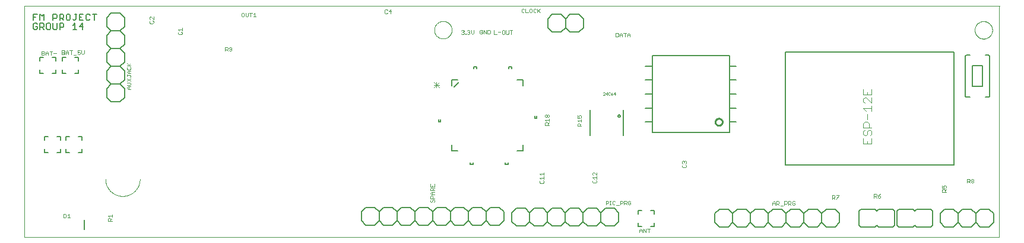
<source format=gto>
G75*
%MOIN*%
%OFA0B0*%
%FSLAX25Y25*%
%IPPOS*%
%LPD*%
%AMOC8*
5,1,8,0,0,1.08239X$1,22.5*
%
%ADD10C,0.00039*%
%ADD11C,0.00000*%
%ADD12C,0.00600*%
%ADD13C,0.00200*%
%ADD14C,0.00800*%
%ADD15C,0.00500*%
%ADD16C,0.00400*%
%ADD17C,0.00300*%
%ADD18C,0.00100*%
%ADD19C,0.01000*%
D10*
X0001846Y0002245D02*
X0549091Y0002245D01*
X0549091Y0132742D01*
X0549591Y0132742D01*
X0549091Y0132742D02*
X0001846Y0132742D01*
X0001846Y0002245D01*
X0535509Y0119035D02*
X0535511Y0119175D01*
X0535517Y0119315D01*
X0535527Y0119454D01*
X0535541Y0119593D01*
X0535559Y0119732D01*
X0535580Y0119870D01*
X0535606Y0120008D01*
X0535636Y0120145D01*
X0535669Y0120280D01*
X0535707Y0120415D01*
X0535748Y0120549D01*
X0535793Y0120682D01*
X0535841Y0120813D01*
X0535894Y0120942D01*
X0535950Y0121071D01*
X0536009Y0121197D01*
X0536073Y0121322D01*
X0536139Y0121445D01*
X0536210Y0121566D01*
X0536283Y0121685D01*
X0536360Y0121802D01*
X0536441Y0121916D01*
X0536524Y0122028D01*
X0536611Y0122138D01*
X0536701Y0122246D01*
X0536793Y0122350D01*
X0536889Y0122452D01*
X0536988Y0122552D01*
X0537089Y0122648D01*
X0537193Y0122742D01*
X0537300Y0122832D01*
X0537409Y0122919D01*
X0537521Y0123004D01*
X0537635Y0123085D01*
X0537751Y0123163D01*
X0537869Y0123237D01*
X0537990Y0123308D01*
X0538112Y0123376D01*
X0538237Y0123440D01*
X0538363Y0123501D01*
X0538490Y0123558D01*
X0538620Y0123611D01*
X0538751Y0123661D01*
X0538883Y0123706D01*
X0539016Y0123749D01*
X0539151Y0123787D01*
X0539286Y0123821D01*
X0539423Y0123852D01*
X0539560Y0123879D01*
X0539698Y0123901D01*
X0539837Y0123920D01*
X0539976Y0123935D01*
X0540115Y0123946D01*
X0540255Y0123953D01*
X0540395Y0123956D01*
X0540535Y0123955D01*
X0540675Y0123950D01*
X0540814Y0123941D01*
X0540954Y0123928D01*
X0541093Y0123911D01*
X0541231Y0123890D01*
X0541369Y0123866D01*
X0541506Y0123837D01*
X0541642Y0123805D01*
X0541777Y0123768D01*
X0541911Y0123728D01*
X0542044Y0123684D01*
X0542175Y0123636D01*
X0542305Y0123585D01*
X0542434Y0123530D01*
X0542561Y0123471D01*
X0542686Y0123408D01*
X0542809Y0123343D01*
X0542931Y0123273D01*
X0543050Y0123200D01*
X0543168Y0123124D01*
X0543283Y0123045D01*
X0543396Y0122962D01*
X0543506Y0122876D01*
X0543614Y0122787D01*
X0543719Y0122695D01*
X0543822Y0122600D01*
X0543922Y0122502D01*
X0544019Y0122402D01*
X0544113Y0122298D01*
X0544205Y0122192D01*
X0544293Y0122084D01*
X0544378Y0121973D01*
X0544460Y0121859D01*
X0544539Y0121743D01*
X0544614Y0121626D01*
X0544686Y0121506D01*
X0544754Y0121384D01*
X0544819Y0121260D01*
X0544881Y0121134D01*
X0544939Y0121007D01*
X0544993Y0120878D01*
X0545044Y0120747D01*
X0545090Y0120615D01*
X0545133Y0120482D01*
X0545173Y0120348D01*
X0545208Y0120213D01*
X0545240Y0120076D01*
X0545267Y0119939D01*
X0545291Y0119801D01*
X0545311Y0119663D01*
X0545327Y0119524D01*
X0545339Y0119384D01*
X0545347Y0119245D01*
X0545351Y0119105D01*
X0545351Y0118965D01*
X0545347Y0118825D01*
X0545339Y0118686D01*
X0545327Y0118546D01*
X0545311Y0118407D01*
X0545291Y0118269D01*
X0545267Y0118131D01*
X0545240Y0117994D01*
X0545208Y0117857D01*
X0545173Y0117722D01*
X0545133Y0117588D01*
X0545090Y0117455D01*
X0545044Y0117323D01*
X0544993Y0117192D01*
X0544939Y0117063D01*
X0544881Y0116936D01*
X0544819Y0116810D01*
X0544754Y0116686D01*
X0544686Y0116564D01*
X0544614Y0116444D01*
X0544539Y0116327D01*
X0544460Y0116211D01*
X0544378Y0116097D01*
X0544293Y0115986D01*
X0544205Y0115878D01*
X0544113Y0115772D01*
X0544019Y0115668D01*
X0543922Y0115568D01*
X0543822Y0115470D01*
X0543719Y0115375D01*
X0543614Y0115283D01*
X0543506Y0115194D01*
X0543396Y0115108D01*
X0543283Y0115025D01*
X0543168Y0114946D01*
X0543050Y0114870D01*
X0542931Y0114797D01*
X0542809Y0114727D01*
X0542686Y0114662D01*
X0542561Y0114599D01*
X0542434Y0114540D01*
X0542305Y0114485D01*
X0542175Y0114434D01*
X0542044Y0114386D01*
X0541911Y0114342D01*
X0541777Y0114302D01*
X0541642Y0114265D01*
X0541506Y0114233D01*
X0541369Y0114204D01*
X0541231Y0114180D01*
X0541093Y0114159D01*
X0540954Y0114142D01*
X0540814Y0114129D01*
X0540675Y0114120D01*
X0540535Y0114115D01*
X0540395Y0114114D01*
X0540255Y0114117D01*
X0540115Y0114124D01*
X0539976Y0114135D01*
X0539837Y0114150D01*
X0539698Y0114169D01*
X0539560Y0114191D01*
X0539423Y0114218D01*
X0539286Y0114249D01*
X0539151Y0114283D01*
X0539016Y0114321D01*
X0538883Y0114364D01*
X0538751Y0114409D01*
X0538620Y0114459D01*
X0538490Y0114512D01*
X0538363Y0114569D01*
X0538237Y0114630D01*
X0538112Y0114694D01*
X0537990Y0114762D01*
X0537869Y0114833D01*
X0537751Y0114907D01*
X0537635Y0114985D01*
X0537521Y0115066D01*
X0537409Y0115151D01*
X0537300Y0115238D01*
X0537193Y0115328D01*
X0537089Y0115422D01*
X0536988Y0115518D01*
X0536889Y0115618D01*
X0536793Y0115720D01*
X0536701Y0115824D01*
X0536611Y0115932D01*
X0536524Y0116042D01*
X0536441Y0116154D01*
X0536360Y0116268D01*
X0536283Y0116385D01*
X0536210Y0116504D01*
X0536139Y0116625D01*
X0536073Y0116748D01*
X0536009Y0116873D01*
X0535950Y0116999D01*
X0535894Y0117128D01*
X0535841Y0117257D01*
X0535793Y0117388D01*
X0535748Y0117521D01*
X0535707Y0117655D01*
X0535669Y0117790D01*
X0535636Y0117925D01*
X0535606Y0118062D01*
X0535580Y0118200D01*
X0535559Y0118338D01*
X0535541Y0118477D01*
X0535527Y0118616D01*
X0535517Y0118755D01*
X0535511Y0118895D01*
X0535509Y0119035D01*
D11*
X0535475Y0119000D02*
X0535477Y0119140D01*
X0535483Y0119280D01*
X0535493Y0119420D01*
X0535507Y0119559D01*
X0535525Y0119698D01*
X0535546Y0119836D01*
X0535572Y0119974D01*
X0535602Y0120111D01*
X0535635Y0120246D01*
X0535673Y0120381D01*
X0535714Y0120515D01*
X0535759Y0120648D01*
X0535808Y0120779D01*
X0535860Y0120909D01*
X0535916Y0121037D01*
X0535976Y0121164D01*
X0536039Y0121289D01*
X0536106Y0121412D01*
X0536176Y0121533D01*
X0536250Y0121652D01*
X0536327Y0121769D01*
X0536407Y0121884D01*
X0536491Y0121996D01*
X0536578Y0122106D01*
X0536668Y0122213D01*
X0536760Y0122318D01*
X0536856Y0122420D01*
X0536955Y0122519D01*
X0537056Y0122616D01*
X0537160Y0122710D01*
X0537267Y0122800D01*
X0537376Y0122888D01*
X0537488Y0122972D01*
X0537602Y0123053D01*
X0537719Y0123131D01*
X0537837Y0123206D01*
X0537958Y0123277D01*
X0538080Y0123344D01*
X0538205Y0123409D01*
X0538331Y0123469D01*
X0538459Y0123526D01*
X0538588Y0123580D01*
X0538719Y0123629D01*
X0538851Y0123675D01*
X0538985Y0123717D01*
X0539120Y0123756D01*
X0539255Y0123790D01*
X0539392Y0123821D01*
X0539529Y0123847D01*
X0539668Y0123870D01*
X0539806Y0123889D01*
X0539946Y0123904D01*
X0540085Y0123915D01*
X0540225Y0123922D01*
X0540365Y0123925D01*
X0540505Y0123924D01*
X0540645Y0123919D01*
X0540785Y0123910D01*
X0540924Y0123897D01*
X0541063Y0123880D01*
X0541202Y0123859D01*
X0541339Y0123835D01*
X0541476Y0123806D01*
X0541613Y0123773D01*
X0541748Y0123737D01*
X0541882Y0123697D01*
X0542015Y0123653D01*
X0542146Y0123605D01*
X0542277Y0123553D01*
X0542405Y0123498D01*
X0542532Y0123439D01*
X0542658Y0123377D01*
X0542781Y0123311D01*
X0542903Y0123242D01*
X0543022Y0123169D01*
X0543140Y0123093D01*
X0543255Y0123013D01*
X0543368Y0122930D01*
X0543479Y0122844D01*
X0543587Y0122755D01*
X0543692Y0122663D01*
X0543795Y0122568D01*
X0543895Y0122470D01*
X0543992Y0122369D01*
X0544086Y0122266D01*
X0544178Y0122160D01*
X0544266Y0122051D01*
X0544351Y0121940D01*
X0544433Y0121826D01*
X0544512Y0121711D01*
X0544587Y0121593D01*
X0544659Y0121473D01*
X0544728Y0121351D01*
X0544793Y0121227D01*
X0544854Y0121101D01*
X0544912Y0120973D01*
X0544967Y0120844D01*
X0545017Y0120714D01*
X0545064Y0120582D01*
X0545107Y0120448D01*
X0545146Y0120314D01*
X0545182Y0120179D01*
X0545213Y0120042D01*
X0545241Y0119905D01*
X0545265Y0119767D01*
X0545285Y0119628D01*
X0545301Y0119489D01*
X0545313Y0119350D01*
X0545321Y0119210D01*
X0545325Y0119070D01*
X0545325Y0118930D01*
X0545321Y0118790D01*
X0545313Y0118650D01*
X0545301Y0118511D01*
X0545285Y0118372D01*
X0545265Y0118233D01*
X0545241Y0118095D01*
X0545213Y0117958D01*
X0545182Y0117821D01*
X0545146Y0117686D01*
X0545107Y0117552D01*
X0545064Y0117418D01*
X0545017Y0117286D01*
X0544967Y0117156D01*
X0544912Y0117027D01*
X0544854Y0116899D01*
X0544793Y0116773D01*
X0544728Y0116649D01*
X0544659Y0116527D01*
X0544587Y0116407D01*
X0544512Y0116289D01*
X0544433Y0116174D01*
X0544351Y0116060D01*
X0544266Y0115949D01*
X0544178Y0115840D01*
X0544086Y0115734D01*
X0543992Y0115631D01*
X0543895Y0115530D01*
X0543795Y0115432D01*
X0543692Y0115337D01*
X0543587Y0115245D01*
X0543479Y0115156D01*
X0543368Y0115070D01*
X0543255Y0114987D01*
X0543140Y0114907D01*
X0543022Y0114831D01*
X0542903Y0114758D01*
X0542781Y0114689D01*
X0542658Y0114623D01*
X0542532Y0114561D01*
X0542405Y0114502D01*
X0542277Y0114447D01*
X0542146Y0114395D01*
X0542015Y0114347D01*
X0541882Y0114303D01*
X0541748Y0114263D01*
X0541613Y0114227D01*
X0541476Y0114194D01*
X0541339Y0114165D01*
X0541202Y0114141D01*
X0541063Y0114120D01*
X0540924Y0114103D01*
X0540785Y0114090D01*
X0540645Y0114081D01*
X0540505Y0114076D01*
X0540365Y0114075D01*
X0540225Y0114078D01*
X0540085Y0114085D01*
X0539946Y0114096D01*
X0539806Y0114111D01*
X0539668Y0114130D01*
X0539529Y0114153D01*
X0539392Y0114179D01*
X0539255Y0114210D01*
X0539120Y0114244D01*
X0538985Y0114283D01*
X0538851Y0114325D01*
X0538719Y0114371D01*
X0538588Y0114420D01*
X0538459Y0114474D01*
X0538331Y0114531D01*
X0538205Y0114591D01*
X0538080Y0114656D01*
X0537958Y0114723D01*
X0537837Y0114794D01*
X0537719Y0114869D01*
X0537602Y0114947D01*
X0537488Y0115028D01*
X0537376Y0115112D01*
X0537267Y0115200D01*
X0537160Y0115290D01*
X0537056Y0115384D01*
X0536955Y0115481D01*
X0536856Y0115580D01*
X0536760Y0115682D01*
X0536668Y0115787D01*
X0536578Y0115894D01*
X0536491Y0116004D01*
X0536407Y0116116D01*
X0536327Y0116231D01*
X0536250Y0116348D01*
X0536176Y0116467D01*
X0536106Y0116588D01*
X0536039Y0116711D01*
X0535976Y0116836D01*
X0535916Y0116963D01*
X0535860Y0117091D01*
X0535808Y0117221D01*
X0535759Y0117352D01*
X0535714Y0117485D01*
X0535673Y0117619D01*
X0535635Y0117754D01*
X0535602Y0117889D01*
X0535572Y0118026D01*
X0535546Y0118164D01*
X0535525Y0118302D01*
X0535507Y0118441D01*
X0535493Y0118580D01*
X0535483Y0118720D01*
X0535477Y0118860D01*
X0535475Y0119000D01*
X0231975Y0119100D02*
X0231977Y0119240D01*
X0231983Y0119380D01*
X0231993Y0119520D01*
X0232007Y0119659D01*
X0232025Y0119798D01*
X0232046Y0119936D01*
X0232072Y0120074D01*
X0232102Y0120211D01*
X0232135Y0120346D01*
X0232173Y0120481D01*
X0232214Y0120615D01*
X0232259Y0120748D01*
X0232308Y0120879D01*
X0232360Y0121009D01*
X0232416Y0121137D01*
X0232476Y0121264D01*
X0232539Y0121389D01*
X0232606Y0121512D01*
X0232676Y0121633D01*
X0232750Y0121752D01*
X0232827Y0121869D01*
X0232907Y0121984D01*
X0232991Y0122096D01*
X0233078Y0122206D01*
X0233168Y0122313D01*
X0233260Y0122418D01*
X0233356Y0122520D01*
X0233455Y0122619D01*
X0233556Y0122716D01*
X0233660Y0122810D01*
X0233767Y0122900D01*
X0233876Y0122988D01*
X0233988Y0123072D01*
X0234102Y0123153D01*
X0234219Y0123231D01*
X0234337Y0123306D01*
X0234458Y0123377D01*
X0234580Y0123444D01*
X0234705Y0123509D01*
X0234831Y0123569D01*
X0234959Y0123626D01*
X0235088Y0123680D01*
X0235219Y0123729D01*
X0235351Y0123775D01*
X0235485Y0123817D01*
X0235620Y0123856D01*
X0235755Y0123890D01*
X0235892Y0123921D01*
X0236029Y0123947D01*
X0236168Y0123970D01*
X0236306Y0123989D01*
X0236446Y0124004D01*
X0236585Y0124015D01*
X0236725Y0124022D01*
X0236865Y0124025D01*
X0237005Y0124024D01*
X0237145Y0124019D01*
X0237285Y0124010D01*
X0237424Y0123997D01*
X0237563Y0123980D01*
X0237702Y0123959D01*
X0237839Y0123935D01*
X0237976Y0123906D01*
X0238113Y0123873D01*
X0238248Y0123837D01*
X0238382Y0123797D01*
X0238515Y0123753D01*
X0238646Y0123705D01*
X0238777Y0123653D01*
X0238905Y0123598D01*
X0239032Y0123539D01*
X0239158Y0123477D01*
X0239281Y0123411D01*
X0239403Y0123342D01*
X0239522Y0123269D01*
X0239640Y0123193D01*
X0239755Y0123113D01*
X0239868Y0123030D01*
X0239979Y0122944D01*
X0240087Y0122855D01*
X0240192Y0122763D01*
X0240295Y0122668D01*
X0240395Y0122570D01*
X0240492Y0122469D01*
X0240586Y0122366D01*
X0240678Y0122260D01*
X0240766Y0122151D01*
X0240851Y0122040D01*
X0240933Y0121926D01*
X0241012Y0121811D01*
X0241087Y0121693D01*
X0241159Y0121573D01*
X0241228Y0121451D01*
X0241293Y0121327D01*
X0241354Y0121201D01*
X0241412Y0121073D01*
X0241467Y0120944D01*
X0241517Y0120814D01*
X0241564Y0120682D01*
X0241607Y0120548D01*
X0241646Y0120414D01*
X0241682Y0120279D01*
X0241713Y0120142D01*
X0241741Y0120005D01*
X0241765Y0119867D01*
X0241785Y0119728D01*
X0241801Y0119589D01*
X0241813Y0119450D01*
X0241821Y0119310D01*
X0241825Y0119170D01*
X0241825Y0119030D01*
X0241821Y0118890D01*
X0241813Y0118750D01*
X0241801Y0118611D01*
X0241785Y0118472D01*
X0241765Y0118333D01*
X0241741Y0118195D01*
X0241713Y0118058D01*
X0241682Y0117921D01*
X0241646Y0117786D01*
X0241607Y0117652D01*
X0241564Y0117518D01*
X0241517Y0117386D01*
X0241467Y0117256D01*
X0241412Y0117127D01*
X0241354Y0116999D01*
X0241293Y0116873D01*
X0241228Y0116749D01*
X0241159Y0116627D01*
X0241087Y0116507D01*
X0241012Y0116389D01*
X0240933Y0116274D01*
X0240851Y0116160D01*
X0240766Y0116049D01*
X0240678Y0115940D01*
X0240586Y0115834D01*
X0240492Y0115731D01*
X0240395Y0115630D01*
X0240295Y0115532D01*
X0240192Y0115437D01*
X0240087Y0115345D01*
X0239979Y0115256D01*
X0239868Y0115170D01*
X0239755Y0115087D01*
X0239640Y0115007D01*
X0239522Y0114931D01*
X0239403Y0114858D01*
X0239281Y0114789D01*
X0239158Y0114723D01*
X0239032Y0114661D01*
X0238905Y0114602D01*
X0238777Y0114547D01*
X0238646Y0114495D01*
X0238515Y0114447D01*
X0238382Y0114403D01*
X0238248Y0114363D01*
X0238113Y0114327D01*
X0237976Y0114294D01*
X0237839Y0114265D01*
X0237702Y0114241D01*
X0237563Y0114220D01*
X0237424Y0114203D01*
X0237285Y0114190D01*
X0237145Y0114181D01*
X0237005Y0114176D01*
X0236865Y0114175D01*
X0236725Y0114178D01*
X0236585Y0114185D01*
X0236446Y0114196D01*
X0236306Y0114211D01*
X0236168Y0114230D01*
X0236029Y0114253D01*
X0235892Y0114279D01*
X0235755Y0114310D01*
X0235620Y0114344D01*
X0235485Y0114383D01*
X0235351Y0114425D01*
X0235219Y0114471D01*
X0235088Y0114520D01*
X0234959Y0114574D01*
X0234831Y0114631D01*
X0234705Y0114691D01*
X0234580Y0114756D01*
X0234458Y0114823D01*
X0234337Y0114894D01*
X0234219Y0114969D01*
X0234102Y0115047D01*
X0233988Y0115128D01*
X0233876Y0115212D01*
X0233767Y0115300D01*
X0233660Y0115390D01*
X0233556Y0115484D01*
X0233455Y0115581D01*
X0233356Y0115680D01*
X0233260Y0115782D01*
X0233168Y0115887D01*
X0233078Y0115994D01*
X0232991Y0116104D01*
X0232907Y0116216D01*
X0232827Y0116331D01*
X0232750Y0116448D01*
X0232676Y0116567D01*
X0232606Y0116688D01*
X0232539Y0116811D01*
X0232476Y0116936D01*
X0232416Y0117063D01*
X0232360Y0117191D01*
X0232308Y0117321D01*
X0232259Y0117452D01*
X0232214Y0117585D01*
X0232173Y0117719D01*
X0232135Y0117854D01*
X0232102Y0117989D01*
X0232072Y0118126D01*
X0232046Y0118264D01*
X0232025Y0118402D01*
X0232007Y0118541D01*
X0231993Y0118680D01*
X0231983Y0118820D01*
X0231977Y0118960D01*
X0231975Y0119100D01*
X0066700Y0035100D02*
X0066697Y0034864D01*
X0066688Y0034628D01*
X0066674Y0034392D01*
X0066654Y0034157D01*
X0066628Y0033922D01*
X0066597Y0033688D01*
X0066559Y0033454D01*
X0066516Y0033222D01*
X0066468Y0032991D01*
X0066414Y0032761D01*
X0066354Y0032532D01*
X0066289Y0032305D01*
X0066218Y0032080D01*
X0066142Y0031857D01*
X0066060Y0031635D01*
X0065973Y0031415D01*
X0065881Y0031198D01*
X0065783Y0030983D01*
X0065680Y0030770D01*
X0065572Y0030560D01*
X0065459Y0030353D01*
X0065341Y0030148D01*
X0065218Y0029946D01*
X0065090Y0029748D01*
X0064957Y0029552D01*
X0064820Y0029360D01*
X0064678Y0029172D01*
X0064531Y0028986D01*
X0064380Y0028805D01*
X0064224Y0028627D01*
X0064065Y0028453D01*
X0063901Y0028283D01*
X0063733Y0028117D01*
X0063560Y0027955D01*
X0063385Y0027797D01*
X0063205Y0027644D01*
X0063021Y0027495D01*
X0062834Y0027351D01*
X0062644Y0027211D01*
X0062450Y0027076D01*
X0062253Y0026946D01*
X0062053Y0026820D01*
X0061850Y0026700D01*
X0061644Y0026584D01*
X0061435Y0026473D01*
X0061224Y0026368D01*
X0061010Y0026268D01*
X0060794Y0026173D01*
X0060575Y0026083D01*
X0060355Y0025999D01*
X0060132Y0025920D01*
X0059907Y0025846D01*
X0059681Y0025778D01*
X0059453Y0025715D01*
X0059224Y0025658D01*
X0058994Y0025607D01*
X0058762Y0025561D01*
X0058529Y0025521D01*
X0058295Y0025487D01*
X0058061Y0025458D01*
X0057826Y0025435D01*
X0057590Y0025418D01*
X0057354Y0025406D01*
X0057118Y0025401D01*
X0056882Y0025401D01*
X0056646Y0025406D01*
X0056410Y0025418D01*
X0056174Y0025435D01*
X0055939Y0025458D01*
X0055705Y0025487D01*
X0055471Y0025521D01*
X0055238Y0025561D01*
X0055006Y0025607D01*
X0054776Y0025658D01*
X0054547Y0025715D01*
X0054319Y0025778D01*
X0054093Y0025846D01*
X0053868Y0025920D01*
X0053645Y0025999D01*
X0053425Y0026083D01*
X0053206Y0026173D01*
X0052990Y0026268D01*
X0052776Y0026368D01*
X0052565Y0026473D01*
X0052356Y0026584D01*
X0052150Y0026700D01*
X0051947Y0026820D01*
X0051747Y0026946D01*
X0051550Y0027076D01*
X0051356Y0027211D01*
X0051166Y0027351D01*
X0050979Y0027495D01*
X0050795Y0027644D01*
X0050615Y0027797D01*
X0050440Y0027955D01*
X0050267Y0028117D01*
X0050099Y0028283D01*
X0049935Y0028453D01*
X0049776Y0028627D01*
X0049620Y0028805D01*
X0049469Y0028986D01*
X0049322Y0029172D01*
X0049180Y0029360D01*
X0049043Y0029552D01*
X0048910Y0029748D01*
X0048782Y0029946D01*
X0048659Y0030148D01*
X0048541Y0030353D01*
X0048428Y0030560D01*
X0048320Y0030770D01*
X0048217Y0030983D01*
X0048119Y0031198D01*
X0048027Y0031415D01*
X0047940Y0031635D01*
X0047858Y0031857D01*
X0047782Y0032080D01*
X0047711Y0032305D01*
X0047646Y0032532D01*
X0047586Y0032761D01*
X0047532Y0032991D01*
X0047484Y0033222D01*
X0047441Y0033454D01*
X0047403Y0033688D01*
X0047372Y0033922D01*
X0047346Y0034157D01*
X0047326Y0034392D01*
X0047312Y0034628D01*
X0047303Y0034864D01*
X0047300Y0035100D01*
D12*
X0034000Y0050100D02*
X0032000Y0050100D01*
X0034000Y0050100D02*
X0034000Y0052100D01*
X0027000Y0050100D02*
X0025000Y0050100D01*
X0025000Y0052100D01*
X0022000Y0052100D02*
X0022000Y0050100D01*
X0020000Y0050100D01*
X0015000Y0050100D02*
X0013000Y0050100D01*
X0013000Y0052100D01*
X0013000Y0057100D02*
X0013000Y0059100D01*
X0015000Y0059100D01*
X0020000Y0059100D02*
X0022000Y0059100D01*
X0022000Y0057100D01*
X0025000Y0057100D02*
X0025000Y0059100D01*
X0027000Y0059100D01*
X0032000Y0059100D02*
X0034000Y0059100D01*
X0034000Y0057100D01*
X0050500Y0078600D02*
X0048000Y0081100D01*
X0048000Y0086100D01*
X0050500Y0088600D01*
X0048000Y0091100D01*
X0048000Y0096100D01*
X0050500Y0098600D01*
X0048000Y0101100D01*
X0048000Y0106100D01*
X0050500Y0108600D01*
X0048000Y0111100D01*
X0048000Y0116100D01*
X0050500Y0118600D01*
X0048000Y0121100D01*
X0048000Y0126100D01*
X0050500Y0128600D01*
X0055500Y0128600D01*
X0058000Y0126100D01*
X0058000Y0121100D01*
X0055500Y0118600D01*
X0058000Y0116100D01*
X0058000Y0111100D01*
X0055500Y0108600D01*
X0050500Y0108600D01*
X0055500Y0108600D02*
X0058000Y0106100D01*
X0058000Y0101100D01*
X0055500Y0098600D01*
X0058000Y0096100D01*
X0058000Y0091100D01*
X0055500Y0088600D01*
X0058000Y0086100D01*
X0058000Y0081100D01*
X0055500Y0078600D01*
X0050500Y0078600D01*
X0050500Y0088600D02*
X0055500Y0088600D01*
X0032000Y0094700D02*
X0030000Y0094700D01*
X0032000Y0094700D02*
X0032000Y0096700D01*
X0025000Y0094700D02*
X0023000Y0094700D01*
X0023000Y0096700D01*
X0019500Y0096600D02*
X0019500Y0094600D01*
X0017500Y0094600D01*
X0012500Y0094600D02*
X0010500Y0094600D01*
X0010500Y0096600D01*
X0010500Y0101600D02*
X0010500Y0103600D01*
X0012500Y0103600D01*
X0017500Y0103600D02*
X0019500Y0103600D01*
X0019500Y0101600D01*
X0023000Y0101700D02*
X0023000Y0103700D01*
X0025000Y0103700D01*
X0030000Y0103700D02*
X0032000Y0103700D01*
X0032000Y0101700D01*
X0050500Y0098600D02*
X0055500Y0098600D01*
X0055500Y0118600D02*
X0050500Y0118600D01*
X0034951Y0121101D02*
X0032682Y0121101D01*
X0034383Y0122803D01*
X0034383Y0119400D01*
X0031267Y0119400D02*
X0028999Y0119400D01*
X0030133Y0119400D02*
X0030133Y0122803D01*
X0028999Y0121669D01*
X0023901Y0122236D02*
X0023901Y0121101D01*
X0023334Y0120534D01*
X0021633Y0120534D01*
X0021633Y0119400D02*
X0021633Y0122803D01*
X0023334Y0122803D01*
X0023901Y0122236D01*
X0020218Y0122803D02*
X0020218Y0119967D01*
X0019651Y0119400D01*
X0018517Y0119400D01*
X0017949Y0119967D01*
X0017949Y0122803D01*
X0016535Y0122236D02*
X0015968Y0122803D01*
X0014833Y0122803D01*
X0014266Y0122236D01*
X0014266Y0119967D01*
X0014833Y0119400D01*
X0015968Y0119400D01*
X0016535Y0119967D01*
X0016535Y0122236D01*
X0012852Y0122236D02*
X0012852Y0121101D01*
X0012285Y0120534D01*
X0010583Y0120534D01*
X0010583Y0119400D02*
X0010583Y0122803D01*
X0012285Y0122803D01*
X0012852Y0122236D01*
X0011717Y0120534D02*
X0012852Y0119400D01*
X0009169Y0119967D02*
X0009169Y0121101D01*
X0008034Y0121101D01*
X0006900Y0119967D02*
X0007467Y0119400D01*
X0008601Y0119400D01*
X0009169Y0119967D01*
X0009169Y0122236D02*
X0008601Y0122803D01*
X0007467Y0122803D01*
X0006900Y0122236D01*
X0006900Y0119967D01*
X0006900Y0124600D02*
X0006900Y0128003D01*
X0009169Y0128003D01*
X0010583Y0128003D02*
X0011717Y0126869D01*
X0012852Y0128003D01*
X0012852Y0124600D01*
X0010583Y0124600D02*
X0010583Y0128003D01*
X0008034Y0126301D02*
X0006900Y0126301D01*
X0017949Y0125734D02*
X0019651Y0125734D01*
X0020218Y0126301D01*
X0020218Y0127436D01*
X0019651Y0128003D01*
X0017949Y0128003D01*
X0017949Y0124600D01*
X0021633Y0124600D02*
X0021633Y0128003D01*
X0023334Y0128003D01*
X0023901Y0127436D01*
X0023901Y0126301D01*
X0023334Y0125734D01*
X0021633Y0125734D01*
X0022767Y0125734D02*
X0023901Y0124600D01*
X0025316Y0125167D02*
X0025883Y0124600D01*
X0027017Y0124600D01*
X0027584Y0125167D01*
X0027584Y0127436D01*
X0027017Y0128003D01*
X0025883Y0128003D01*
X0025316Y0127436D01*
X0025316Y0125167D01*
X0028999Y0125167D02*
X0029566Y0124600D01*
X0030133Y0124600D01*
X0030700Y0125167D01*
X0030700Y0128003D01*
X0030133Y0128003D02*
X0031267Y0128003D01*
X0032682Y0128003D02*
X0032682Y0124600D01*
X0034951Y0124600D01*
X0036365Y0125167D02*
X0036932Y0124600D01*
X0038067Y0124600D01*
X0038634Y0125167D01*
X0036365Y0125167D02*
X0036365Y0127436D01*
X0036932Y0128003D01*
X0038067Y0128003D01*
X0038634Y0127436D01*
X0040048Y0128003D02*
X0042317Y0128003D01*
X0041183Y0128003D02*
X0041183Y0124600D01*
X0033816Y0126301D02*
X0032682Y0126301D01*
X0032682Y0128003D02*
X0034951Y0128003D01*
X0241900Y0090800D02*
X0241900Y0087500D01*
X0243100Y0087000D02*
X0245700Y0089600D01*
X0245200Y0090800D02*
X0241900Y0090800D01*
X0254200Y0097400D02*
X0254200Y0098400D01*
X0255700Y0098400D01*
X0255700Y0097400D01*
X0273800Y0097400D02*
X0273800Y0098400D01*
X0275300Y0098400D01*
X0275300Y0097400D01*
X0278400Y0090800D02*
X0281700Y0090800D01*
X0281700Y0087500D01*
X0319401Y0073798D02*
X0319401Y0059602D01*
X0337999Y0059602D02*
X0337999Y0073798D01*
X0289300Y0070700D02*
X0289300Y0069200D01*
X0288300Y0069200D01*
X0288300Y0070700D01*
X0235300Y0068700D02*
X0235300Y0067200D01*
X0234300Y0067200D01*
X0234300Y0068700D01*
X0241900Y0054300D02*
X0241900Y0051000D01*
X0245200Y0051000D01*
X0252200Y0044400D02*
X0252200Y0043400D01*
X0253700Y0043400D01*
X0253700Y0044400D01*
X0271900Y0044400D02*
X0271900Y0043400D01*
X0273400Y0043400D01*
X0273400Y0044400D01*
X0278400Y0051000D02*
X0281700Y0051000D01*
X0281700Y0054300D01*
X0268500Y0019100D02*
X0263500Y0019100D01*
X0261000Y0016600D01*
X0258500Y0019100D01*
X0253500Y0019100D01*
X0251000Y0016600D01*
X0251000Y0011600D01*
X0253500Y0009100D01*
X0258500Y0009100D01*
X0261000Y0011600D01*
X0261000Y0016600D01*
X0268500Y0019100D02*
X0271000Y0016600D01*
X0271000Y0011600D01*
X0268500Y0009100D01*
X0263500Y0009100D01*
X0261000Y0011600D01*
X0251000Y0011600D02*
X0248500Y0009100D01*
X0243500Y0009100D01*
X0241000Y0011600D01*
X0238500Y0009100D01*
X0233500Y0009100D01*
X0231000Y0011600D01*
X0228500Y0009100D01*
X0223500Y0009100D01*
X0221000Y0011600D01*
X0221000Y0016600D01*
X0223500Y0019100D01*
X0228500Y0019100D01*
X0231000Y0016600D01*
X0233500Y0019100D01*
X0238500Y0019100D01*
X0241000Y0016600D01*
X0243500Y0019100D01*
X0248500Y0019100D01*
X0251000Y0016600D01*
X0241000Y0016600D02*
X0241000Y0011600D01*
X0231000Y0011600D02*
X0231000Y0016600D01*
X0221000Y0016600D02*
X0218500Y0019100D01*
X0213500Y0019100D01*
X0211000Y0016600D01*
X0208500Y0019100D01*
X0203500Y0019100D01*
X0201000Y0016600D01*
X0198500Y0019100D01*
X0193500Y0019100D01*
X0191000Y0016600D01*
X0191000Y0011600D01*
X0193500Y0009100D01*
X0198500Y0009100D01*
X0201000Y0011600D01*
X0201000Y0016600D01*
X0211000Y0016600D02*
X0211000Y0011600D01*
X0208500Y0009100D01*
X0203500Y0009100D01*
X0201000Y0011600D01*
X0211000Y0011600D02*
X0213500Y0009100D01*
X0218500Y0009100D01*
X0221000Y0011600D01*
X0275500Y0011100D02*
X0278000Y0008600D01*
X0283000Y0008600D01*
X0285500Y0011100D01*
X0288000Y0008600D01*
X0293000Y0008600D01*
X0295500Y0011100D01*
X0295500Y0016100D01*
X0293000Y0018600D01*
X0288000Y0018600D01*
X0285500Y0016100D01*
X0285500Y0011100D01*
X0275500Y0011100D02*
X0275500Y0016100D01*
X0278000Y0018600D01*
X0283000Y0018600D01*
X0285500Y0016100D01*
X0295500Y0016100D02*
X0298000Y0018600D01*
X0303000Y0018600D01*
X0305500Y0016100D01*
X0308000Y0018600D01*
X0313000Y0018600D01*
X0315500Y0016100D01*
X0318000Y0018600D01*
X0323000Y0018600D01*
X0325500Y0016100D01*
X0328000Y0018600D01*
X0333000Y0018600D01*
X0335500Y0016100D01*
X0335500Y0011100D01*
X0333000Y0008600D01*
X0328000Y0008600D01*
X0325500Y0011100D01*
X0323000Y0008600D01*
X0318000Y0008600D01*
X0315500Y0011100D01*
X0313000Y0008600D01*
X0308000Y0008600D01*
X0305500Y0011100D01*
X0303000Y0008600D01*
X0298000Y0008600D01*
X0295500Y0011100D01*
X0305500Y0011100D02*
X0305500Y0016100D01*
X0315500Y0016100D02*
X0315500Y0011100D01*
X0325500Y0011100D02*
X0325500Y0016100D01*
X0346400Y0015300D02*
X0346400Y0017300D01*
X0348400Y0017300D01*
X0353400Y0017300D02*
X0355400Y0017300D01*
X0355400Y0015300D01*
X0355400Y0010300D02*
X0355400Y0008300D01*
X0353400Y0008300D01*
X0348400Y0008300D02*
X0346400Y0008300D01*
X0346400Y0010300D01*
X0389500Y0010600D02*
X0389500Y0015600D01*
X0392000Y0018100D01*
X0397000Y0018100D01*
X0399500Y0015600D01*
X0402000Y0018100D01*
X0407000Y0018100D01*
X0409500Y0015600D01*
X0412000Y0018100D01*
X0417000Y0018100D01*
X0419500Y0015600D01*
X0422000Y0018100D01*
X0427000Y0018100D01*
X0429500Y0015600D01*
X0432000Y0018100D01*
X0437000Y0018100D01*
X0439500Y0015600D01*
X0442000Y0018100D01*
X0447000Y0018100D01*
X0449500Y0015600D01*
X0452000Y0018100D01*
X0457000Y0018100D01*
X0459500Y0015600D01*
X0459500Y0010600D01*
X0457000Y0008100D01*
X0452000Y0008100D01*
X0449500Y0010600D01*
X0447000Y0008100D01*
X0442000Y0008100D01*
X0439500Y0010600D01*
X0439500Y0015600D01*
X0429500Y0015600D02*
X0429500Y0010600D01*
X0427000Y0008100D01*
X0422000Y0008100D01*
X0419500Y0010600D01*
X0417000Y0008100D01*
X0412000Y0008100D01*
X0409500Y0010600D01*
X0409500Y0015600D01*
X0399500Y0015600D02*
X0399500Y0010600D01*
X0397000Y0008100D01*
X0392000Y0008100D01*
X0389500Y0010600D01*
X0399500Y0010600D02*
X0402000Y0008100D01*
X0407000Y0008100D01*
X0409500Y0010600D01*
X0419500Y0010600D02*
X0419500Y0015600D01*
X0429500Y0010600D02*
X0432000Y0008100D01*
X0437000Y0008100D01*
X0439500Y0010600D01*
X0449500Y0010600D02*
X0449500Y0015600D01*
X0470300Y0017100D02*
X0470300Y0009100D01*
X0471300Y0008100D01*
X0479300Y0008100D01*
X0480300Y0009100D01*
X0481300Y0008100D01*
X0489300Y0008100D01*
X0490300Y0009100D01*
X0490300Y0017100D01*
X0489300Y0018100D01*
X0481300Y0018100D01*
X0480300Y0017100D01*
X0479300Y0018100D01*
X0471300Y0018100D01*
X0470300Y0017100D01*
X0491700Y0017100D02*
X0491700Y0009100D01*
X0492700Y0008100D01*
X0500700Y0008100D01*
X0501700Y0009100D01*
X0502700Y0008100D01*
X0510700Y0008100D01*
X0511700Y0009100D01*
X0511700Y0017100D01*
X0510700Y0018100D01*
X0502700Y0018100D01*
X0501700Y0017100D01*
X0500700Y0018100D01*
X0492700Y0018100D01*
X0491700Y0017100D01*
X0516000Y0015600D02*
X0518500Y0018100D01*
X0523500Y0018100D01*
X0526000Y0015600D01*
X0528500Y0018100D01*
X0533500Y0018100D01*
X0536000Y0015600D01*
X0538500Y0018100D01*
X0543500Y0018100D01*
X0546000Y0015600D01*
X0546000Y0010600D01*
X0543500Y0008100D01*
X0538500Y0008100D01*
X0536000Y0010600D01*
X0533500Y0008100D01*
X0528500Y0008100D01*
X0526000Y0010600D01*
X0523500Y0008100D01*
X0518500Y0008100D01*
X0516000Y0010600D01*
X0516000Y0015600D01*
X0526000Y0015600D02*
X0526000Y0010600D01*
X0536000Y0010600D02*
X0536000Y0015600D01*
X0315700Y0120400D02*
X0313200Y0117900D01*
X0308200Y0117900D01*
X0305700Y0120400D01*
X0303200Y0117900D01*
X0298200Y0117900D01*
X0295700Y0120400D01*
X0295700Y0125400D01*
X0298200Y0127900D01*
X0303200Y0127900D01*
X0305700Y0125400D01*
X0308200Y0127900D01*
X0313200Y0127900D01*
X0315700Y0125400D01*
X0315700Y0120400D01*
X0305700Y0120400D02*
X0305700Y0125400D01*
D13*
X0291307Y0128800D02*
X0290206Y0129901D01*
X0289840Y0129534D02*
X0291307Y0131002D01*
X0289840Y0131002D02*
X0289840Y0128800D01*
X0289098Y0129167D02*
X0288731Y0128800D01*
X0287997Y0128800D01*
X0287630Y0129167D01*
X0287630Y0130635D01*
X0287997Y0131002D01*
X0288731Y0131002D01*
X0289098Y0130635D01*
X0286888Y0130635D02*
X0286521Y0131002D01*
X0285787Y0131002D01*
X0285420Y0130635D01*
X0285420Y0129167D01*
X0285787Y0128800D01*
X0286521Y0128800D01*
X0286888Y0129167D01*
X0286888Y0130635D01*
X0283210Y0131002D02*
X0283210Y0128800D01*
X0284678Y0128800D01*
X0282468Y0129167D02*
X0282101Y0128800D01*
X0281367Y0128800D01*
X0281000Y0129167D01*
X0281000Y0130635D01*
X0281367Y0131002D01*
X0282101Y0131002D01*
X0282468Y0130635D01*
X0275858Y0118902D02*
X0274390Y0118902D01*
X0275124Y0118902D02*
X0275124Y0116700D01*
X0273648Y0117067D02*
X0273648Y0118902D01*
X0272180Y0118902D02*
X0272180Y0117067D01*
X0272547Y0116700D01*
X0273281Y0116700D01*
X0273648Y0117067D01*
X0271438Y0117067D02*
X0271438Y0118535D01*
X0271071Y0118902D01*
X0270337Y0118902D01*
X0269970Y0118535D01*
X0269970Y0117067D01*
X0270337Y0116700D01*
X0271071Y0116700D01*
X0271438Y0117067D01*
X0269228Y0117801D02*
X0267760Y0117801D01*
X0267018Y0116700D02*
X0265551Y0116700D01*
X0265551Y0118902D01*
X0263388Y0118735D02*
X0263388Y0117267D01*
X0263021Y0116900D01*
X0261920Y0116900D01*
X0261920Y0119102D01*
X0263021Y0119102D01*
X0263388Y0118735D01*
X0261178Y0119102D02*
X0261178Y0116900D01*
X0259710Y0119102D01*
X0259710Y0116900D01*
X0258968Y0117267D02*
X0258968Y0118001D01*
X0258234Y0118001D01*
X0258968Y0118735D02*
X0258601Y0119102D01*
X0257867Y0119102D01*
X0257500Y0118735D01*
X0257500Y0117267D01*
X0257867Y0116900D01*
X0258601Y0116900D01*
X0258968Y0117267D01*
X0254158Y0117434D02*
X0254158Y0118902D01*
X0252690Y0118902D02*
X0252690Y0117434D01*
X0253424Y0116700D01*
X0254158Y0117434D01*
X0251948Y0117434D02*
X0251948Y0117067D01*
X0251581Y0116700D01*
X0250847Y0116700D01*
X0250480Y0117067D01*
X0249742Y0117067D02*
X0249742Y0116700D01*
X0249375Y0116700D01*
X0249375Y0117067D01*
X0249742Y0117067D01*
X0248633Y0117067D02*
X0248266Y0116700D01*
X0247532Y0116700D01*
X0247165Y0117067D01*
X0247899Y0117801D02*
X0248266Y0117801D01*
X0248633Y0117434D01*
X0248633Y0117067D01*
X0248266Y0117801D02*
X0248633Y0118168D01*
X0248633Y0118535D01*
X0248266Y0118902D01*
X0247532Y0118902D01*
X0247165Y0118535D01*
X0250480Y0118535D02*
X0250847Y0118902D01*
X0251581Y0118902D01*
X0251948Y0118535D01*
X0251948Y0118168D01*
X0251581Y0117801D01*
X0251948Y0117434D01*
X0251581Y0117801D02*
X0251214Y0117801D01*
X0207501Y0128400D02*
X0207501Y0130602D01*
X0206400Y0129501D01*
X0207868Y0129501D01*
X0205658Y0130235D02*
X0205291Y0130602D01*
X0204557Y0130602D01*
X0204190Y0130235D01*
X0204190Y0128767D01*
X0204557Y0128400D01*
X0205291Y0128400D01*
X0205658Y0128767D01*
X0131898Y0126500D02*
X0130430Y0126500D01*
X0131164Y0126500D02*
X0131164Y0128702D01*
X0130430Y0127968D01*
X0129688Y0128702D02*
X0128220Y0128702D01*
X0128954Y0128702D02*
X0128954Y0126500D01*
X0127478Y0126867D02*
X0127111Y0126500D01*
X0126377Y0126500D01*
X0126010Y0126867D01*
X0126010Y0128702D01*
X0125268Y0128335D02*
X0124901Y0128702D01*
X0124167Y0128702D01*
X0123800Y0128335D01*
X0123800Y0126867D01*
X0124167Y0126500D01*
X0124901Y0126500D01*
X0125268Y0126867D01*
X0125268Y0128335D01*
X0127478Y0128702D02*
X0127478Y0126867D01*
X0090300Y0120168D02*
X0090300Y0118700D01*
X0090300Y0119434D02*
X0088098Y0119434D01*
X0088832Y0118700D01*
X0088465Y0117958D02*
X0088098Y0117591D01*
X0088098Y0116857D01*
X0088465Y0116490D01*
X0089933Y0116490D01*
X0090300Y0116857D01*
X0090300Y0117591D01*
X0089933Y0117958D01*
X0074300Y0123157D02*
X0074300Y0123891D01*
X0073933Y0124258D01*
X0074300Y0125000D02*
X0072832Y0126468D01*
X0072465Y0126468D01*
X0072098Y0126101D01*
X0072098Y0125367D01*
X0072465Y0125000D01*
X0072465Y0124258D02*
X0072098Y0123891D01*
X0072098Y0123157D01*
X0072465Y0122790D01*
X0073933Y0122790D01*
X0074300Y0123157D01*
X0074300Y0125000D02*
X0074300Y0126468D01*
X0114590Y0109402D02*
X0115691Y0109402D01*
X0116058Y0109035D01*
X0116058Y0108301D01*
X0115691Y0107934D01*
X0114590Y0107934D01*
X0114590Y0107200D02*
X0114590Y0109402D01*
X0115324Y0107934D02*
X0116058Y0107200D01*
X0116800Y0107567D02*
X0117167Y0107200D01*
X0117901Y0107200D01*
X0118268Y0107567D01*
X0118268Y0109035D01*
X0117901Y0109402D01*
X0117167Y0109402D01*
X0116800Y0109035D01*
X0116800Y0108668D01*
X0117167Y0108301D01*
X0118268Y0108301D01*
X0061500Y0100458D02*
X0060399Y0099357D01*
X0060766Y0098990D02*
X0059298Y0100458D01*
X0059298Y0098990D02*
X0061500Y0098990D01*
X0061133Y0098248D02*
X0061500Y0097881D01*
X0061500Y0097147D01*
X0061133Y0096780D01*
X0059665Y0096780D01*
X0059298Y0097147D01*
X0059298Y0097881D01*
X0059665Y0098248D01*
X0060032Y0096038D02*
X0061500Y0096038D01*
X0060399Y0096038D02*
X0060399Y0094570D01*
X0060032Y0094570D02*
X0059298Y0095304D01*
X0060032Y0096038D01*
X0060032Y0094570D02*
X0061500Y0094570D01*
X0061133Y0093461D02*
X0059298Y0093461D01*
X0059298Y0093094D02*
X0059298Y0093828D01*
X0061133Y0093461D02*
X0061500Y0093094D01*
X0061500Y0092727D01*
X0061133Y0092360D01*
X0061500Y0091618D02*
X0059298Y0090151D01*
X0059298Y0089409D02*
X0061133Y0089409D01*
X0061500Y0089042D01*
X0061500Y0088308D01*
X0061133Y0087941D01*
X0059298Y0087941D01*
X0060032Y0087199D02*
X0061500Y0087199D01*
X0060399Y0087199D02*
X0060399Y0085731D01*
X0060032Y0085731D02*
X0059298Y0086465D01*
X0060032Y0087199D01*
X0060032Y0085731D02*
X0061500Y0085731D01*
X0061500Y0090151D02*
X0059298Y0091618D01*
X0030938Y0104933D02*
X0029470Y0104933D01*
X0027994Y0105300D02*
X0027994Y0107502D01*
X0027260Y0107502D02*
X0028728Y0107502D01*
X0026518Y0106768D02*
X0026518Y0105300D01*
X0026518Y0106401D02*
X0025051Y0106401D01*
X0025051Y0106768D02*
X0025785Y0107502D01*
X0026518Y0106768D01*
X0025051Y0106768D02*
X0025051Y0105300D01*
X0024309Y0105667D02*
X0023942Y0105300D01*
X0022841Y0105300D01*
X0022841Y0107502D01*
X0023942Y0107502D01*
X0024309Y0107135D01*
X0024309Y0106768D01*
X0023942Y0106401D01*
X0022841Y0106401D01*
X0023942Y0106401D02*
X0024309Y0106034D01*
X0024309Y0105667D01*
X0019658Y0106001D02*
X0018190Y0106001D01*
X0017448Y0107102D02*
X0015980Y0107102D01*
X0016714Y0107102D02*
X0016714Y0104900D01*
X0015238Y0104900D02*
X0015238Y0106368D01*
X0014504Y0107102D01*
X0013770Y0106368D01*
X0013770Y0104900D01*
X0013028Y0105267D02*
X0012661Y0104900D01*
X0011560Y0104900D01*
X0011560Y0107102D01*
X0012661Y0107102D01*
X0013028Y0106735D01*
X0013028Y0106368D01*
X0012661Y0106001D01*
X0011560Y0106001D01*
X0012661Y0106001D02*
X0013028Y0105634D01*
X0013028Y0105267D01*
X0013770Y0106001D02*
X0015238Y0106001D01*
X0031680Y0105667D02*
X0032047Y0105300D01*
X0032781Y0105300D01*
X0033148Y0105667D01*
X0033148Y0106401D01*
X0032781Y0106768D01*
X0032414Y0106768D01*
X0031680Y0106401D01*
X0031680Y0107502D01*
X0033148Y0107502D01*
X0033890Y0107502D02*
X0033890Y0106034D01*
X0034624Y0105300D01*
X0035358Y0106034D01*
X0035358Y0107502D01*
X0294198Y0070906D02*
X0294565Y0071273D01*
X0294932Y0071273D01*
X0295299Y0070906D01*
X0295299Y0070172D01*
X0294932Y0069805D01*
X0294565Y0069805D01*
X0294198Y0070172D01*
X0294198Y0070906D01*
X0295299Y0070906D02*
X0295666Y0071273D01*
X0296033Y0071273D01*
X0296400Y0070906D01*
X0296400Y0070172D01*
X0296033Y0069805D01*
X0295666Y0069805D01*
X0295299Y0070172D01*
X0296400Y0069063D02*
X0296400Y0067595D01*
X0296400Y0068329D02*
X0294198Y0068329D01*
X0294932Y0067595D01*
X0294565Y0066853D02*
X0295299Y0066853D01*
X0295666Y0066486D01*
X0295666Y0065385D01*
X0296400Y0065385D02*
X0294198Y0065385D01*
X0294198Y0066486D01*
X0294565Y0066853D01*
X0295666Y0066119D02*
X0296400Y0066853D01*
X0312398Y0066086D02*
X0312398Y0064985D01*
X0314600Y0064985D01*
X0313866Y0064985D02*
X0313866Y0066086D01*
X0313499Y0066453D01*
X0312765Y0066453D01*
X0312398Y0066086D01*
X0313132Y0067195D02*
X0312398Y0067929D01*
X0314600Y0067929D01*
X0314600Y0067195D02*
X0314600Y0068663D01*
X0314233Y0069405D02*
X0314600Y0069772D01*
X0314600Y0070506D01*
X0314233Y0070873D01*
X0313499Y0070873D01*
X0313132Y0070506D01*
X0313132Y0070139D01*
X0313499Y0069405D01*
X0312398Y0069405D01*
X0312398Y0070873D01*
X0314600Y0066453D02*
X0313866Y0065719D01*
X0371198Y0044801D02*
X0371565Y0045168D01*
X0371932Y0045168D01*
X0372299Y0044801D01*
X0372666Y0045168D01*
X0373033Y0045168D01*
X0373400Y0044801D01*
X0373400Y0044067D01*
X0373033Y0043700D01*
X0373033Y0042958D02*
X0373400Y0042591D01*
X0373400Y0041857D01*
X0373033Y0041490D01*
X0371565Y0041490D01*
X0371198Y0041857D01*
X0371198Y0042591D01*
X0371565Y0042958D01*
X0371565Y0043700D02*
X0371198Y0044067D01*
X0371198Y0044801D01*
X0372299Y0044801D02*
X0372299Y0044434D01*
X0323100Y0038773D02*
X0323100Y0037305D01*
X0321632Y0038773D01*
X0321265Y0038773D01*
X0320898Y0038406D01*
X0320898Y0037672D01*
X0321265Y0037305D01*
X0320898Y0035829D02*
X0323100Y0035829D01*
X0323100Y0035095D02*
X0323100Y0036563D01*
X0321632Y0035095D02*
X0320898Y0035829D01*
X0321265Y0034353D02*
X0320898Y0033986D01*
X0320898Y0033252D01*
X0321265Y0032885D01*
X0322733Y0032885D01*
X0323100Y0033252D01*
X0323100Y0033986D01*
X0322733Y0034353D01*
X0293400Y0033886D02*
X0293400Y0033152D01*
X0293033Y0032785D01*
X0291565Y0032785D01*
X0291198Y0033152D01*
X0291198Y0033886D01*
X0291565Y0034253D01*
X0291932Y0034995D02*
X0291198Y0035729D01*
X0293400Y0035729D01*
X0293400Y0034995D02*
X0293400Y0036463D01*
X0293400Y0037205D02*
X0293400Y0038673D01*
X0293400Y0037939D02*
X0291198Y0037939D01*
X0291932Y0037205D01*
X0293033Y0034253D02*
X0293400Y0033886D01*
X0328300Y0022702D02*
X0329401Y0022702D01*
X0329768Y0022335D01*
X0329768Y0021601D01*
X0329401Y0021234D01*
X0328300Y0021234D01*
X0328300Y0020500D02*
X0328300Y0022702D01*
X0330510Y0022702D02*
X0331244Y0022702D01*
X0330877Y0022702D02*
X0330877Y0020500D01*
X0330510Y0020500D02*
X0331244Y0020500D01*
X0331983Y0020867D02*
X0332350Y0020500D01*
X0333084Y0020500D01*
X0333451Y0020867D01*
X0334193Y0020133D02*
X0335661Y0020133D01*
X0336403Y0020500D02*
X0336403Y0022702D01*
X0337504Y0022702D01*
X0337871Y0022335D01*
X0337871Y0021601D01*
X0337504Y0021234D01*
X0336403Y0021234D01*
X0338613Y0021234D02*
X0339714Y0021234D01*
X0340081Y0021601D01*
X0340081Y0022335D01*
X0339714Y0022702D01*
X0338613Y0022702D01*
X0338613Y0020500D01*
X0339347Y0021234D02*
X0340081Y0020500D01*
X0340823Y0020867D02*
X0341190Y0020500D01*
X0341924Y0020500D01*
X0342291Y0020867D01*
X0342291Y0021601D01*
X0341557Y0021601D01*
X0342291Y0022335D02*
X0341924Y0022702D01*
X0341190Y0022702D01*
X0340823Y0022335D01*
X0340823Y0020867D01*
X0333451Y0022335D02*
X0333084Y0022702D01*
X0332350Y0022702D01*
X0331983Y0022335D01*
X0331983Y0020867D01*
X0347170Y0006268D02*
X0347904Y0007002D01*
X0348638Y0006268D01*
X0348638Y0004800D01*
X0349380Y0004800D02*
X0349380Y0007002D01*
X0350848Y0004800D01*
X0350848Y0007002D01*
X0351590Y0007002D02*
X0353058Y0007002D01*
X0352324Y0007002D02*
X0352324Y0004800D01*
X0348638Y0005901D02*
X0347170Y0005901D01*
X0347170Y0006268D02*
X0347170Y0004800D01*
X0421941Y0020300D02*
X0421941Y0021768D01*
X0422675Y0022502D01*
X0423409Y0021768D01*
X0423409Y0020300D01*
X0424151Y0020300D02*
X0424151Y0022502D01*
X0425251Y0022502D01*
X0425618Y0022135D01*
X0425618Y0021401D01*
X0425251Y0021034D01*
X0424151Y0021034D01*
X0424885Y0021034D02*
X0425618Y0020300D01*
X0426360Y0019933D02*
X0427828Y0019933D01*
X0428570Y0020300D02*
X0428570Y0022502D01*
X0429671Y0022502D01*
X0430038Y0022135D01*
X0430038Y0021401D01*
X0429671Y0021034D01*
X0428570Y0021034D01*
X0430780Y0021034D02*
X0431881Y0021034D01*
X0432248Y0021401D01*
X0432248Y0022135D01*
X0431881Y0022502D01*
X0430780Y0022502D01*
X0430780Y0020300D01*
X0431514Y0021034D02*
X0432248Y0020300D01*
X0432990Y0020667D02*
X0433357Y0020300D01*
X0434091Y0020300D01*
X0434458Y0020667D01*
X0434458Y0021401D01*
X0433724Y0021401D01*
X0432990Y0022135D02*
X0432990Y0020667D01*
X0432990Y0022135D02*
X0433357Y0022502D01*
X0434091Y0022502D01*
X0434458Y0022135D01*
X0423409Y0021401D02*
X0421941Y0021401D01*
X0455490Y0023700D02*
X0455490Y0025902D01*
X0456591Y0025902D01*
X0456958Y0025535D01*
X0456958Y0024801D01*
X0456591Y0024434D01*
X0455490Y0024434D01*
X0456224Y0024434D02*
X0456958Y0023700D01*
X0457700Y0023700D02*
X0457700Y0024067D01*
X0459168Y0025535D01*
X0459168Y0025902D01*
X0457700Y0025902D01*
X0478890Y0026602D02*
X0478890Y0024400D01*
X0478890Y0025134D02*
X0479991Y0025134D01*
X0480358Y0025501D01*
X0480358Y0026235D01*
X0479991Y0026602D01*
X0478890Y0026602D01*
X0479624Y0025134D02*
X0480358Y0024400D01*
X0481100Y0024767D02*
X0481467Y0024400D01*
X0482201Y0024400D01*
X0482568Y0024767D01*
X0482568Y0025134D01*
X0482201Y0025501D01*
X0481100Y0025501D01*
X0481100Y0024767D01*
X0481100Y0025501D02*
X0481834Y0026235D01*
X0482568Y0026602D01*
X0517198Y0027690D02*
X0517198Y0028791D01*
X0517565Y0029158D01*
X0518299Y0029158D01*
X0518666Y0028791D01*
X0518666Y0027690D01*
X0519400Y0027690D02*
X0517198Y0027690D01*
X0518666Y0028424D02*
X0519400Y0029158D01*
X0519033Y0029900D02*
X0519400Y0030267D01*
X0519400Y0031001D01*
X0519033Y0031368D01*
X0518299Y0031368D01*
X0517932Y0031001D01*
X0517932Y0030634D01*
X0518299Y0029900D01*
X0517198Y0029900D01*
X0517198Y0031368D01*
X0531190Y0032800D02*
X0531190Y0035002D01*
X0532291Y0035002D01*
X0532658Y0034635D01*
X0532658Y0033901D01*
X0532291Y0033534D01*
X0531190Y0033534D01*
X0531924Y0033534D02*
X0532658Y0032800D01*
X0533400Y0033167D02*
X0533400Y0033534D01*
X0533767Y0033901D01*
X0534501Y0033901D01*
X0534868Y0033534D01*
X0534868Y0033167D01*
X0534501Y0032800D01*
X0533767Y0032800D01*
X0533400Y0033167D01*
X0533767Y0033901D02*
X0533400Y0034268D01*
X0533400Y0034635D01*
X0533767Y0035002D01*
X0534501Y0035002D01*
X0534868Y0034635D01*
X0534868Y0034268D01*
X0534501Y0033901D01*
X0232000Y0032158D02*
X0232000Y0030690D01*
X0229798Y0030690D01*
X0229798Y0032158D01*
X0230899Y0031424D02*
X0230899Y0030690D01*
X0230899Y0029948D02*
X0231266Y0029581D01*
X0231266Y0028480D01*
X0232000Y0028480D02*
X0229798Y0028480D01*
X0229798Y0029581D01*
X0230165Y0029948D01*
X0230899Y0029948D01*
X0231266Y0029214D02*
X0232000Y0029948D01*
X0232000Y0027738D02*
X0230532Y0027738D01*
X0229798Y0027004D01*
X0230532Y0026270D01*
X0232000Y0026270D01*
X0230899Y0026270D02*
X0230899Y0027738D01*
X0230899Y0025528D02*
X0231266Y0025161D01*
X0231266Y0024060D01*
X0232000Y0024060D02*
X0229798Y0024060D01*
X0229798Y0025161D01*
X0230165Y0025528D01*
X0230899Y0025528D01*
X0231266Y0023318D02*
X0231633Y0023318D01*
X0232000Y0022952D01*
X0232000Y0022218D01*
X0231633Y0021851D01*
X0230899Y0022218D02*
X0230899Y0022952D01*
X0231266Y0023318D01*
X0230165Y0023318D02*
X0229798Y0022952D01*
X0229798Y0022218D01*
X0230165Y0021851D01*
X0230532Y0021851D01*
X0230899Y0022218D01*
X0051000Y0015068D02*
X0051000Y0013600D01*
X0051000Y0014334D02*
X0048798Y0014334D01*
X0049532Y0013600D01*
X0049165Y0012858D02*
X0049899Y0012858D01*
X0050266Y0012491D01*
X0050266Y0011390D01*
X0051000Y0011390D02*
X0048798Y0011390D01*
X0048798Y0012491D01*
X0049165Y0012858D01*
X0050266Y0012124D02*
X0051000Y0012858D01*
X0027468Y0013250D02*
X0026000Y0013250D01*
X0026734Y0013250D02*
X0026734Y0015452D01*
X0026000Y0014718D01*
X0025258Y0015085D02*
X0025258Y0013617D01*
X0024891Y0013250D01*
X0023790Y0013250D01*
X0023790Y0015452D01*
X0024891Y0015452D01*
X0025258Y0015085D01*
X0333860Y0115200D02*
X0334961Y0115200D01*
X0335328Y0115567D01*
X0335328Y0117035D01*
X0334961Y0117402D01*
X0333860Y0117402D01*
X0333860Y0115200D01*
X0336070Y0115200D02*
X0336070Y0116668D01*
X0336804Y0117402D01*
X0337538Y0116668D01*
X0337538Y0115200D01*
X0337538Y0116301D02*
X0336070Y0116301D01*
X0338280Y0117402D02*
X0339748Y0117402D01*
X0339014Y0117402D02*
X0339014Y0115200D01*
X0340490Y0115200D02*
X0340490Y0116668D01*
X0341224Y0117402D01*
X0341958Y0116668D01*
X0341958Y0115200D01*
X0341958Y0116301D02*
X0340490Y0116301D01*
D14*
X0335235Y0070600D02*
X0335237Y0070647D01*
X0335243Y0070694D01*
X0335253Y0070741D01*
X0335266Y0070786D01*
X0335284Y0070830D01*
X0335305Y0070872D01*
X0335329Y0070913D01*
X0335357Y0070951D01*
X0335388Y0070987D01*
X0335422Y0071020D01*
X0335458Y0071050D01*
X0335497Y0071077D01*
X0335538Y0071101D01*
X0335581Y0071121D01*
X0335625Y0071137D01*
X0335671Y0071150D01*
X0335717Y0071159D01*
X0335765Y0071164D01*
X0335812Y0071165D01*
X0335859Y0071162D01*
X0335906Y0071155D01*
X0335952Y0071144D01*
X0335997Y0071130D01*
X0336041Y0071111D01*
X0336082Y0071089D01*
X0336122Y0071064D01*
X0336160Y0071035D01*
X0336195Y0071004D01*
X0336228Y0070969D01*
X0336257Y0070932D01*
X0336283Y0070893D01*
X0336306Y0070851D01*
X0336325Y0070808D01*
X0336341Y0070763D01*
X0336353Y0070717D01*
X0336361Y0070671D01*
X0336365Y0070624D01*
X0336365Y0070576D01*
X0336361Y0070529D01*
X0336353Y0070483D01*
X0336341Y0070437D01*
X0336325Y0070392D01*
X0336306Y0070349D01*
X0336283Y0070307D01*
X0336257Y0070268D01*
X0336228Y0070231D01*
X0336195Y0070196D01*
X0336160Y0070165D01*
X0336122Y0070136D01*
X0336083Y0070111D01*
X0336041Y0070089D01*
X0335997Y0070070D01*
X0335952Y0070056D01*
X0335906Y0070045D01*
X0335859Y0070038D01*
X0335812Y0070035D01*
X0335765Y0070036D01*
X0335717Y0070041D01*
X0335671Y0070050D01*
X0335625Y0070063D01*
X0335581Y0070079D01*
X0335538Y0070099D01*
X0335497Y0070123D01*
X0335458Y0070150D01*
X0335422Y0070180D01*
X0335388Y0070213D01*
X0335357Y0070249D01*
X0335329Y0070287D01*
X0335305Y0070328D01*
X0335284Y0070370D01*
X0335266Y0070414D01*
X0335253Y0070459D01*
X0335243Y0070506D01*
X0335237Y0070553D01*
X0335235Y0070600D01*
X0530110Y0082273D02*
X0530110Y0103927D01*
X0530112Y0103989D01*
X0530118Y0104050D01*
X0530127Y0104111D01*
X0530141Y0104172D01*
X0530158Y0104231D01*
X0530179Y0104289D01*
X0530204Y0104346D01*
X0530232Y0104401D01*
X0530263Y0104454D01*
X0530298Y0104505D01*
X0530336Y0104554D01*
X0530377Y0104601D01*
X0530420Y0104644D01*
X0530467Y0104685D01*
X0530516Y0104723D01*
X0530567Y0104758D01*
X0530620Y0104789D01*
X0530675Y0104817D01*
X0530732Y0104842D01*
X0530790Y0104863D01*
X0530849Y0104880D01*
X0530910Y0104894D01*
X0530971Y0104903D01*
X0531032Y0104909D01*
X0531094Y0104911D01*
X0532669Y0104911D01*
X0541331Y0104911D02*
X0542906Y0104911D01*
X0542968Y0104909D01*
X0543029Y0104903D01*
X0543090Y0104894D01*
X0543151Y0104880D01*
X0543210Y0104863D01*
X0543268Y0104842D01*
X0543325Y0104817D01*
X0543380Y0104789D01*
X0543433Y0104758D01*
X0543484Y0104723D01*
X0543533Y0104685D01*
X0543580Y0104644D01*
X0543623Y0104601D01*
X0543664Y0104554D01*
X0543702Y0104505D01*
X0543737Y0104454D01*
X0543768Y0104401D01*
X0543796Y0104346D01*
X0543821Y0104289D01*
X0543842Y0104231D01*
X0543859Y0104172D01*
X0543873Y0104111D01*
X0543882Y0104050D01*
X0543888Y0103989D01*
X0543890Y0103927D01*
X0543890Y0082273D01*
X0543888Y0082211D01*
X0543882Y0082150D01*
X0543873Y0082089D01*
X0543859Y0082028D01*
X0543842Y0081969D01*
X0543821Y0081911D01*
X0543796Y0081854D01*
X0543768Y0081799D01*
X0543737Y0081746D01*
X0543702Y0081695D01*
X0543664Y0081646D01*
X0543623Y0081599D01*
X0543580Y0081556D01*
X0543533Y0081515D01*
X0543484Y0081477D01*
X0543433Y0081442D01*
X0543380Y0081411D01*
X0543325Y0081383D01*
X0543268Y0081358D01*
X0543210Y0081337D01*
X0543151Y0081320D01*
X0543090Y0081306D01*
X0543029Y0081297D01*
X0542968Y0081291D01*
X0542906Y0081289D01*
X0541331Y0081289D01*
X0532669Y0081289D02*
X0531094Y0081289D01*
X0531032Y0081291D01*
X0530971Y0081297D01*
X0530910Y0081306D01*
X0530849Y0081320D01*
X0530790Y0081337D01*
X0530732Y0081358D01*
X0530675Y0081383D01*
X0530620Y0081411D01*
X0530567Y0081442D01*
X0530516Y0081477D01*
X0530467Y0081515D01*
X0530420Y0081556D01*
X0530377Y0081599D01*
X0530336Y0081646D01*
X0530298Y0081695D01*
X0530263Y0081746D01*
X0530232Y0081799D01*
X0530204Y0081854D01*
X0530179Y0081911D01*
X0530158Y0081969D01*
X0530141Y0082028D01*
X0530127Y0082089D01*
X0530118Y0082150D01*
X0530112Y0082211D01*
X0530110Y0082273D01*
X0534047Y0087194D02*
X0539953Y0087194D01*
X0539953Y0099006D01*
X0534047Y0099006D01*
X0534047Y0087194D01*
X0035349Y0012087D02*
X0035349Y0006713D01*
D15*
X0350430Y0067194D02*
X0354367Y0067194D01*
X0354367Y0061289D01*
X0397674Y0061289D01*
X0397674Y0067194D01*
X0401611Y0067194D01*
X0397674Y0067194D02*
X0397674Y0075069D01*
X0401611Y0075069D01*
X0397674Y0075069D02*
X0397674Y0082943D01*
X0401611Y0082943D01*
X0397674Y0082943D02*
X0397674Y0090817D01*
X0401611Y0090817D01*
X0397674Y0090817D02*
X0397674Y0098691D01*
X0401611Y0098691D01*
X0397674Y0098691D02*
X0397674Y0104596D01*
X0354367Y0104596D01*
X0354367Y0098691D01*
X0350430Y0098691D01*
X0354367Y0098691D02*
X0354367Y0090817D01*
X0350430Y0090817D01*
X0354367Y0090817D02*
X0354367Y0082943D01*
X0350430Y0082943D01*
X0354367Y0082943D02*
X0354367Y0075069D01*
X0350430Y0075069D01*
X0354367Y0075069D02*
X0354367Y0067194D01*
X0429000Y0042820D02*
X0429000Y0106600D01*
X0523882Y0106600D01*
X0523882Y0042820D01*
X0429000Y0042820D01*
D16*
X0472936Y0054887D02*
X0477540Y0054887D01*
X0477540Y0057957D01*
X0476773Y0059491D02*
X0477540Y0060259D01*
X0477540Y0061793D01*
X0476773Y0062561D01*
X0476006Y0062561D01*
X0475238Y0061793D01*
X0475238Y0060259D01*
X0474471Y0059491D01*
X0473704Y0059491D01*
X0472936Y0060259D01*
X0472936Y0061793D01*
X0473704Y0062561D01*
X0472936Y0064095D02*
X0472936Y0066397D01*
X0473704Y0067165D01*
X0475238Y0067165D01*
X0476006Y0066397D01*
X0476006Y0064095D01*
X0477540Y0064095D02*
X0472936Y0064095D01*
X0475238Y0068699D02*
X0475238Y0071768D01*
X0474471Y0073303D02*
X0472936Y0074838D01*
X0477540Y0074838D01*
X0477540Y0076372D02*
X0477540Y0073303D01*
X0477540Y0077907D02*
X0474471Y0080976D01*
X0473704Y0080976D01*
X0472936Y0080209D01*
X0472936Y0078674D01*
X0473704Y0077907D01*
X0477540Y0077907D02*
X0477540Y0080976D01*
X0477540Y0082511D02*
X0472936Y0082511D01*
X0472936Y0085580D01*
X0475238Y0084046D02*
X0475238Y0082511D01*
X0477540Y0082511D02*
X0477540Y0085580D01*
X0472936Y0057957D02*
X0472936Y0054887D01*
X0475238Y0054887D02*
X0475238Y0056422D01*
D17*
X0234786Y0086534D02*
X0231650Y0089670D01*
X0233218Y0089670D02*
X0233218Y0086534D01*
X0231650Y0086534D02*
X0234786Y0089670D01*
X0234786Y0088102D02*
X0231650Y0088102D01*
D18*
X0326784Y0083601D02*
X0327034Y0083851D01*
X0327534Y0083851D01*
X0327785Y0083601D01*
X0327785Y0083351D01*
X0326784Y0082350D01*
X0327785Y0082350D01*
X0328257Y0083101D02*
X0329258Y0083101D01*
X0329730Y0083601D02*
X0329730Y0082600D01*
X0329980Y0082350D01*
X0330481Y0082350D01*
X0330731Y0082600D01*
X0331203Y0082600D02*
X0331454Y0082350D01*
X0331954Y0082350D01*
X0332204Y0082600D01*
X0332204Y0082850D01*
X0331954Y0083101D01*
X0331203Y0083101D01*
X0331203Y0082600D01*
X0331203Y0083101D02*
X0331704Y0083601D01*
X0332204Y0083851D01*
X0332677Y0083101D02*
X0333427Y0083851D01*
X0333427Y0082350D01*
X0333678Y0083101D02*
X0332677Y0083101D01*
X0330731Y0083601D02*
X0330481Y0083851D01*
X0329980Y0083851D01*
X0329730Y0083601D01*
X0329008Y0083851D02*
X0328257Y0083101D01*
X0329008Y0083851D02*
X0329008Y0082350D01*
D19*
X0389800Y0067194D02*
X0389802Y0067282D01*
X0389808Y0067370D01*
X0389818Y0067458D01*
X0389832Y0067546D01*
X0389849Y0067632D01*
X0389871Y0067718D01*
X0389896Y0067802D01*
X0389926Y0067886D01*
X0389958Y0067968D01*
X0389995Y0068048D01*
X0390035Y0068127D01*
X0390079Y0068204D01*
X0390126Y0068279D01*
X0390176Y0068351D01*
X0390230Y0068422D01*
X0390286Y0068489D01*
X0390346Y0068555D01*
X0390408Y0068617D01*
X0390474Y0068677D01*
X0390541Y0068733D01*
X0390612Y0068787D01*
X0390684Y0068837D01*
X0390759Y0068884D01*
X0390836Y0068928D01*
X0390915Y0068968D01*
X0390995Y0069005D01*
X0391077Y0069037D01*
X0391161Y0069067D01*
X0391245Y0069092D01*
X0391331Y0069114D01*
X0391417Y0069131D01*
X0391505Y0069145D01*
X0391593Y0069155D01*
X0391681Y0069161D01*
X0391769Y0069163D01*
X0391857Y0069161D01*
X0391945Y0069155D01*
X0392033Y0069145D01*
X0392121Y0069131D01*
X0392207Y0069114D01*
X0392293Y0069092D01*
X0392377Y0069067D01*
X0392461Y0069037D01*
X0392543Y0069005D01*
X0392623Y0068968D01*
X0392702Y0068928D01*
X0392779Y0068884D01*
X0392854Y0068837D01*
X0392926Y0068787D01*
X0392997Y0068733D01*
X0393064Y0068677D01*
X0393130Y0068617D01*
X0393192Y0068555D01*
X0393252Y0068489D01*
X0393308Y0068422D01*
X0393362Y0068351D01*
X0393412Y0068279D01*
X0393459Y0068204D01*
X0393503Y0068127D01*
X0393543Y0068048D01*
X0393580Y0067968D01*
X0393612Y0067886D01*
X0393642Y0067802D01*
X0393667Y0067718D01*
X0393689Y0067632D01*
X0393706Y0067546D01*
X0393720Y0067458D01*
X0393730Y0067370D01*
X0393736Y0067282D01*
X0393738Y0067194D01*
X0393736Y0067106D01*
X0393730Y0067018D01*
X0393720Y0066930D01*
X0393706Y0066842D01*
X0393689Y0066756D01*
X0393667Y0066670D01*
X0393642Y0066586D01*
X0393612Y0066502D01*
X0393580Y0066420D01*
X0393543Y0066340D01*
X0393503Y0066261D01*
X0393459Y0066184D01*
X0393412Y0066109D01*
X0393362Y0066037D01*
X0393308Y0065966D01*
X0393252Y0065899D01*
X0393192Y0065833D01*
X0393130Y0065771D01*
X0393064Y0065711D01*
X0392997Y0065655D01*
X0392926Y0065601D01*
X0392854Y0065551D01*
X0392779Y0065504D01*
X0392702Y0065460D01*
X0392623Y0065420D01*
X0392543Y0065383D01*
X0392461Y0065351D01*
X0392377Y0065321D01*
X0392293Y0065296D01*
X0392207Y0065274D01*
X0392121Y0065257D01*
X0392033Y0065243D01*
X0391945Y0065233D01*
X0391857Y0065227D01*
X0391769Y0065225D01*
X0391681Y0065227D01*
X0391593Y0065233D01*
X0391505Y0065243D01*
X0391417Y0065257D01*
X0391331Y0065274D01*
X0391245Y0065296D01*
X0391161Y0065321D01*
X0391077Y0065351D01*
X0390995Y0065383D01*
X0390915Y0065420D01*
X0390836Y0065460D01*
X0390759Y0065504D01*
X0390684Y0065551D01*
X0390612Y0065601D01*
X0390541Y0065655D01*
X0390474Y0065711D01*
X0390408Y0065771D01*
X0390346Y0065833D01*
X0390286Y0065899D01*
X0390230Y0065966D01*
X0390176Y0066037D01*
X0390126Y0066109D01*
X0390079Y0066184D01*
X0390035Y0066261D01*
X0389995Y0066340D01*
X0389958Y0066420D01*
X0389926Y0066502D01*
X0389896Y0066586D01*
X0389871Y0066670D01*
X0389849Y0066756D01*
X0389832Y0066842D01*
X0389818Y0066930D01*
X0389808Y0067018D01*
X0389802Y0067106D01*
X0389800Y0067194D01*
M02*

</source>
